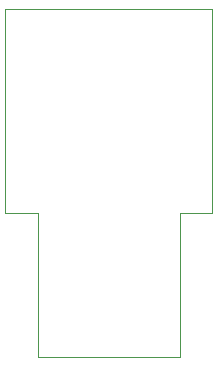
<source format=gbr>
%TF.GenerationSoftware,KiCad,Pcbnew,8.0.2-1*%
%TF.CreationDate,2024-05-28T17:37:15-06:00*%
%TF.ProjectId,magicreceiver,6d616769-6372-4656-9365-697665722e6b,rev?*%
%TF.SameCoordinates,Original*%
%TF.FileFunction,Profile,NP*%
%FSLAX46Y46*%
G04 Gerber Fmt 4.6, Leading zero omitted, Abs format (unit mm)*
G04 Created by KiCad (PCBNEW 8.0.2-1) date 2024-05-28 17:37:15*
%MOMM*%
%LPD*%
G01*
G04 APERTURE LIST*
%TA.AperFunction,Profile*%
%ADD10C,0.050000*%
%TD*%
G04 APERTURE END LIST*
D10*
X117581100Y-160212500D02*
X114861600Y-160212500D01*
X132361200Y-142912500D02*
X114861600Y-142912500D01*
X117581100Y-172412500D02*
X129641700Y-172412500D01*
X132361200Y-160212500D02*
X132361200Y-142912500D01*
X117581100Y-172412500D02*
X117581100Y-160212500D01*
X114861600Y-160212500D02*
X114861600Y-142912500D01*
X129641700Y-160212500D02*
X129641700Y-172412500D01*
X129641700Y-160212500D02*
X132361200Y-160212500D01*
M02*

</source>
